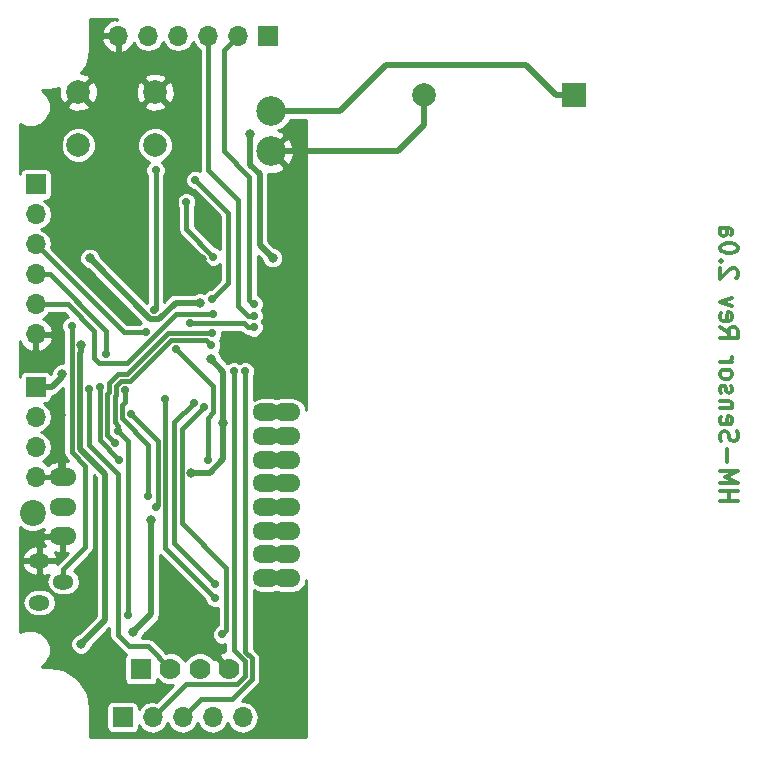
<source format=gbl>
G04 #@! TF.FileFunction,Copper,L2,Bot,Signal*
%FSLAX46Y46*%
G04 Gerber Fmt 4.6, Leading zero omitted, Abs format (unit mm)*
G04 Created by KiCad (PCBNEW 4.0.6) date 04/23/17 17:59:47*
%MOMM*%
%LPD*%
G01*
G04 APERTURE LIST*
%ADD10C,0.100000*%
%ADD11C,0.300000*%
%ADD12R,1.700000X1.700000*%
%ADD13O,1.700000X1.700000*%
%ADD14C,2.500000*%
%ADD15C,2.000000*%
%ADD16R,2.000000X2.000000*%
%ADD17O,1.800000X1.300000*%
%ADD18C,2.200000*%
%ADD19O,2.286000X1.524000*%
%ADD20C,1.778000*%
%ADD21R,1.778000X1.778000*%
%ADD22C,0.800000*%
%ADD23C,0.700000*%
%ADD24C,0.500000*%
%ADD25C,0.400000*%
%ADD26C,0.254000*%
G04 APERTURE END LIST*
D10*
D11*
X157901429Y-120411428D02*
X159401429Y-120411428D01*
X158687143Y-120411428D02*
X158687143Y-119554285D01*
X157901429Y-119554285D02*
X159401429Y-119554285D01*
X157901429Y-118839999D02*
X159401429Y-118839999D01*
X158330000Y-118339999D01*
X159401429Y-117839999D01*
X157901429Y-117839999D01*
X158472857Y-117125713D02*
X158472857Y-115982856D01*
X157972857Y-115339999D02*
X157901429Y-115125713D01*
X157901429Y-114768570D01*
X157972857Y-114625713D01*
X158044286Y-114554284D01*
X158187143Y-114482856D01*
X158330000Y-114482856D01*
X158472857Y-114554284D01*
X158544286Y-114625713D01*
X158615714Y-114768570D01*
X158687143Y-115054284D01*
X158758571Y-115197142D01*
X158830000Y-115268570D01*
X158972857Y-115339999D01*
X159115714Y-115339999D01*
X159258571Y-115268570D01*
X159330000Y-115197142D01*
X159401429Y-115054284D01*
X159401429Y-114697142D01*
X159330000Y-114482856D01*
X157972857Y-113268571D02*
X157901429Y-113411428D01*
X157901429Y-113697142D01*
X157972857Y-113839999D01*
X158115714Y-113911428D01*
X158687143Y-113911428D01*
X158830000Y-113839999D01*
X158901429Y-113697142D01*
X158901429Y-113411428D01*
X158830000Y-113268571D01*
X158687143Y-113197142D01*
X158544286Y-113197142D01*
X158401429Y-113911428D01*
X158901429Y-112554285D02*
X157901429Y-112554285D01*
X158758571Y-112554285D02*
X158830000Y-112482857D01*
X158901429Y-112339999D01*
X158901429Y-112125714D01*
X158830000Y-111982857D01*
X158687143Y-111911428D01*
X157901429Y-111911428D01*
X157972857Y-111268571D02*
X157901429Y-111125714D01*
X157901429Y-110839999D01*
X157972857Y-110697142D01*
X158115714Y-110625714D01*
X158187143Y-110625714D01*
X158330000Y-110697142D01*
X158401429Y-110839999D01*
X158401429Y-111054285D01*
X158472857Y-111197142D01*
X158615714Y-111268571D01*
X158687143Y-111268571D01*
X158830000Y-111197142D01*
X158901429Y-111054285D01*
X158901429Y-110839999D01*
X158830000Y-110697142D01*
X157901429Y-109768570D02*
X157972857Y-109911428D01*
X158044286Y-109982856D01*
X158187143Y-110054285D01*
X158615714Y-110054285D01*
X158758571Y-109982856D01*
X158830000Y-109911428D01*
X158901429Y-109768570D01*
X158901429Y-109554285D01*
X158830000Y-109411428D01*
X158758571Y-109339999D01*
X158615714Y-109268570D01*
X158187143Y-109268570D01*
X158044286Y-109339999D01*
X157972857Y-109411428D01*
X157901429Y-109554285D01*
X157901429Y-109768570D01*
X157901429Y-108625713D02*
X158901429Y-108625713D01*
X158615714Y-108625713D02*
X158758571Y-108554285D01*
X158830000Y-108482856D01*
X158901429Y-108339999D01*
X158901429Y-108197142D01*
X157901429Y-105697142D02*
X158615714Y-106197142D01*
X157901429Y-106554285D02*
X159401429Y-106554285D01*
X159401429Y-105982857D01*
X159330000Y-105839999D01*
X159258571Y-105768571D01*
X159115714Y-105697142D01*
X158901429Y-105697142D01*
X158758571Y-105768571D01*
X158687143Y-105839999D01*
X158615714Y-105982857D01*
X158615714Y-106554285D01*
X157972857Y-104482857D02*
X157901429Y-104625714D01*
X157901429Y-104911428D01*
X157972857Y-105054285D01*
X158115714Y-105125714D01*
X158687143Y-105125714D01*
X158830000Y-105054285D01*
X158901429Y-104911428D01*
X158901429Y-104625714D01*
X158830000Y-104482857D01*
X158687143Y-104411428D01*
X158544286Y-104411428D01*
X158401429Y-105125714D01*
X158901429Y-103911428D02*
X157901429Y-103554285D01*
X158901429Y-103197143D01*
X159258571Y-101554286D02*
X159330000Y-101482857D01*
X159401429Y-101340000D01*
X159401429Y-100982857D01*
X159330000Y-100840000D01*
X159258571Y-100768571D01*
X159115714Y-100697143D01*
X158972857Y-100697143D01*
X158758571Y-100768571D01*
X157901429Y-101625714D01*
X157901429Y-100697143D01*
X158044286Y-100054286D02*
X157972857Y-99982858D01*
X157901429Y-100054286D01*
X157972857Y-100125715D01*
X158044286Y-100054286D01*
X157901429Y-100054286D01*
X159401429Y-99054286D02*
X159401429Y-98911429D01*
X159330000Y-98768572D01*
X159258571Y-98697143D01*
X159115714Y-98625714D01*
X158830000Y-98554286D01*
X158472857Y-98554286D01*
X158187143Y-98625714D01*
X158044286Y-98697143D01*
X157972857Y-98768572D01*
X157901429Y-98911429D01*
X157901429Y-99054286D01*
X157972857Y-99197143D01*
X158044286Y-99268572D01*
X158187143Y-99340000D01*
X158472857Y-99411429D01*
X158830000Y-99411429D01*
X159115714Y-99340000D01*
X159258571Y-99268572D01*
X159330000Y-99197143D01*
X159401429Y-99054286D01*
X157901429Y-97268572D02*
X158687143Y-97268572D01*
X158830000Y-97340001D01*
X158901429Y-97482858D01*
X158901429Y-97768572D01*
X158830000Y-97911429D01*
X157972857Y-97268572D02*
X157901429Y-97411429D01*
X157901429Y-97768572D01*
X157972857Y-97911429D01*
X158115714Y-97982858D01*
X158258571Y-97982858D01*
X158401429Y-97911429D01*
X158472857Y-97768572D01*
X158472857Y-97411429D01*
X158544286Y-97268572D01*
D12*
X99949000Y-110744000D03*
D13*
X99949000Y-113284000D03*
X99949000Y-115824000D03*
X99949000Y-118364000D03*
D14*
X119888000Y-87376000D03*
X119888000Y-90805000D03*
D12*
X119634000Y-81026000D03*
D13*
X117094000Y-81026000D03*
X114554000Y-81026000D03*
X112014000Y-81026000D03*
X109474000Y-81026000D03*
X106934000Y-81026000D03*
D12*
X99949000Y-93599000D03*
D13*
X99949000Y-96139000D03*
X99949000Y-98679000D03*
X99949000Y-101219000D03*
X99949000Y-103759000D03*
X99949000Y-106299000D03*
D15*
X110064000Y-85780600D03*
X110064000Y-90280600D03*
X103564000Y-85780600D03*
X103564000Y-90280600D03*
D16*
X145500000Y-86000000D03*
D15*
X132800000Y-86000000D03*
D17*
X102300400Y-127232300D03*
X100268400Y-125454300D03*
X100268400Y-129010300D03*
D18*
X99695000Y-121412000D03*
D12*
X107300000Y-138700000D03*
D13*
X109840000Y-138700000D03*
X112380000Y-138700000D03*
X114920000Y-138700000D03*
X117460000Y-138700000D03*
D19*
X121235000Y-126897000D03*
X121235000Y-124897000D03*
X121235000Y-122897000D03*
X121235000Y-120897000D03*
X121235000Y-118897000D03*
X121235000Y-116897000D03*
X121235000Y-114897000D03*
X121235000Y-112897000D03*
X102235000Y-123397000D03*
X102235000Y-120897000D03*
X102235000Y-118397000D03*
X119485000Y-112897000D03*
X119485000Y-114897000D03*
X119485000Y-116897000D03*
X119485000Y-118897000D03*
X119485000Y-120897000D03*
X119485000Y-122897000D03*
X119485000Y-124897000D03*
X119485000Y-126897000D03*
D20*
X111350000Y-134600000D03*
X113850000Y-134600000D03*
X116350000Y-134600000D03*
D21*
X108850000Y-134600000D03*
D22*
X121700000Y-97790000D03*
X113030000Y-129667000D03*
X102108000Y-113093500D03*
X114000000Y-99900000D03*
X121700000Y-104700000D03*
X118100000Y-89300000D03*
X120000000Y-99800000D03*
X115834978Y-113800000D03*
X113100000Y-118000000D03*
X102155010Y-109621345D03*
X113900000Y-103600002D03*
X109728000Y-122047000D03*
X108204000Y-131508500D03*
X114800000Y-108400000D03*
X104514594Y-99858084D03*
D23*
X118400000Y-103700000D03*
X118400000Y-104700000D03*
X110099990Y-120900000D03*
X108000000Y-113000000D03*
X109500000Y-120000000D03*
X107500000Y-111000000D03*
X109289128Y-106080779D03*
X114500000Y-116900000D03*
X111800000Y-107502976D03*
X105940989Y-107943883D03*
X115000000Y-104600000D03*
D22*
X103805010Y-107200000D03*
X103800000Y-132500000D03*
D23*
X118400000Y-105700000D03*
X113028419Y-105363657D03*
X115000000Y-99700000D03*
X112700006Y-95100000D03*
X114900000Y-103300000D03*
X113460541Y-93201692D03*
X110000000Y-104200000D03*
X110100004Y-92400000D03*
X102988646Y-105579101D03*
X104504112Y-110923786D03*
X105384978Y-110716127D03*
X106997500Y-116903500D03*
X114173000Y-112458500D03*
X115734978Y-131700000D03*
X116699998Y-109412990D03*
X117700000Y-109412990D03*
X106900006Y-114500000D03*
X107759500Y-130047998D03*
X114796046Y-107177215D03*
X114899151Y-106212578D03*
X106680000Y-115506500D03*
X115129968Y-128600000D03*
X110939568Y-111760645D03*
X113326250Y-112075524D03*
X115129968Y-127429801D03*
D24*
X121700000Y-97790000D02*
X121700000Y-92617000D01*
X121700000Y-104700000D02*
X121700000Y-97790000D01*
X113030000Y-131280000D02*
X116350000Y-134600000D01*
X113030000Y-129667000D02*
X113030000Y-131280000D01*
X119888000Y-90805000D02*
X130595000Y-90805000D01*
X130595000Y-90805000D02*
X132800000Y-88600000D01*
X132800000Y-88600000D02*
X132800000Y-86000000D01*
X111794998Y-87511598D02*
X110064000Y-85780600D01*
X111794998Y-97694998D02*
X111794998Y-87511598D01*
X114000000Y-99900000D02*
X111794998Y-97694998D01*
X102108000Y-113093500D02*
X102108000Y-118270000D01*
X102108000Y-118270000D02*
X102235000Y-118397000D01*
X121700000Y-92617000D02*
X119888000Y-90805000D01*
X100268400Y-125454300D02*
X100268400Y-125363600D01*
X141500000Y-83500000D02*
X144000000Y-86000000D01*
X144000000Y-86000000D02*
X145500000Y-86000000D01*
X129600000Y-83500000D02*
X141500000Y-83500000D01*
X125724000Y-87376000D02*
X129600000Y-83500000D01*
X119888000Y-87376000D02*
X125724000Y-87376000D01*
X120000000Y-99800000D02*
X118900000Y-98700000D01*
X118900000Y-98700000D02*
X118900000Y-92720002D01*
X118900000Y-92720002D02*
X118100000Y-91920002D01*
X118100000Y-91920002D02*
X118100000Y-89300000D01*
X114800000Y-108400000D02*
X115837013Y-109437013D01*
X115837013Y-113232280D02*
X115834978Y-113234315D01*
X115834978Y-113234315D02*
X115834978Y-113800000D01*
X115837013Y-109437013D02*
X115837013Y-113232280D01*
X115834978Y-113800000D02*
X115834978Y-116830707D01*
X114665685Y-118000000D02*
X113100000Y-118000000D01*
X115834978Y-116830707D02*
X114665685Y-118000000D01*
X102155010Y-109887990D02*
X102155010Y-109621345D01*
X101299000Y-110744000D02*
X102155010Y-109887990D01*
X99949000Y-110744000D02*
X101299000Y-110744000D01*
X111791400Y-103600002D02*
X113900000Y-103600002D01*
X110386401Y-105005001D02*
X111791400Y-103600002D01*
X109661511Y-105005001D02*
X110386401Y-105005001D01*
X104514594Y-99858084D02*
X109661511Y-105005001D01*
X109728000Y-129984500D02*
X109728000Y-122047000D01*
X108204000Y-131508500D02*
X109728000Y-129984500D01*
D25*
X115900000Y-82220000D02*
X117094000Y-81026000D01*
X118050001Y-103350001D02*
X118050001Y-92950001D01*
X118400000Y-103700000D02*
X118050001Y-103350001D01*
X118050001Y-92950001D02*
X115900000Y-90800000D01*
X115900000Y-90800000D02*
X115900000Y-82220000D01*
X117905026Y-104700000D02*
X118400000Y-104700000D01*
X117100000Y-103894974D02*
X117905026Y-104700000D01*
X114554000Y-81026000D02*
X114554000Y-92354000D01*
X117100000Y-94900000D02*
X117100000Y-103894974D01*
X114554000Y-92354000D02*
X117100000Y-94900000D01*
X110294989Y-120705001D02*
X110099990Y-120900000D01*
X110294989Y-115294989D02*
X110294989Y-120705001D01*
X108000000Y-113000000D02*
X110294989Y-115294989D01*
X107244999Y-113362401D02*
X109500000Y-115617402D01*
X107244999Y-112255001D02*
X107244999Y-113362401D01*
X107500000Y-111000000D02*
X107500000Y-112000000D01*
X109500000Y-115617402D02*
X109500000Y-120000000D01*
X107500000Y-112000000D02*
X107244999Y-112255001D01*
X99949000Y-98679000D02*
X99979000Y-98679000D01*
X99979000Y-98679000D02*
X107400000Y-106100000D01*
X107400000Y-106100000D02*
X109269907Y-106100000D01*
X109269907Y-106100000D02*
X109289128Y-106080779D01*
X111800000Y-107502976D02*
X114998500Y-110701476D01*
X114998500Y-110701476D02*
X114998500Y-112897853D01*
X114998500Y-112897853D02*
X114500000Y-113396353D01*
X114500000Y-113396353D02*
X114500000Y-116900000D01*
X101151081Y-101219000D02*
X105940989Y-106008908D01*
X99949000Y-101219000D02*
X101151081Y-101219000D01*
X105940989Y-106008908D02*
X105940989Y-107943883D01*
X115000000Y-104600000D02*
X111837654Y-104600000D01*
X111837654Y-104600000D02*
X107692150Y-108745504D01*
X107692150Y-108745504D02*
X105345504Y-108745504D01*
X105345504Y-108745504D02*
X104900000Y-108300000D01*
X104900000Y-108300000D02*
X104900000Y-106000000D01*
X104900000Y-106000000D02*
X102659000Y-103759000D01*
X102659000Y-103759000D02*
X99949000Y-103759000D01*
D24*
X103805010Y-107765685D02*
X103805010Y-107200000D01*
X103699111Y-107871584D02*
X103805010Y-107765685D01*
X103699111Y-115954611D02*
X103699111Y-107871584D01*
X105854500Y-118110000D02*
X103699111Y-115954611D01*
X105854500Y-130445500D02*
X105854500Y-118110000D01*
X103800000Y-132500000D02*
X105854500Y-130445500D01*
D25*
X118400000Y-105700000D02*
X117905026Y-105700000D01*
X117905026Y-105700000D02*
X117568683Y-105363657D01*
X117568683Y-105363657D02*
X113028419Y-105363657D01*
X112700006Y-97400006D02*
X115000000Y-99700000D01*
X112700006Y-95100000D02*
X112700006Y-97400006D01*
X116255002Y-101944998D02*
X114900000Y-103300000D01*
X116255002Y-95996153D02*
X116255002Y-101944998D01*
X113460541Y-93201692D02*
X116255002Y-95996153D01*
X110100004Y-104099996D02*
X110000000Y-104200000D01*
X110100004Y-92400000D02*
X110100004Y-104099996D01*
X103000000Y-105590455D02*
X103000000Y-116271500D01*
X102988646Y-105579101D02*
X103000000Y-105590455D01*
X103000000Y-116271500D02*
X104149990Y-117421490D01*
X104149990Y-117421490D02*
X104149990Y-124332710D01*
X104149990Y-124332710D02*
X102300400Y-126182300D01*
X102300400Y-126182300D02*
X102300400Y-127232300D01*
X109444501Y-132694501D02*
X107881099Y-132694501D01*
X104504112Y-115680112D02*
X104504112Y-110923786D01*
X106902999Y-118078999D02*
X104504112Y-115680112D01*
X106902999Y-131716401D02*
X106902999Y-118078999D01*
X111350000Y-134600000D02*
X109444501Y-132694501D01*
X107881099Y-132694501D02*
X106902999Y-131716401D01*
X106997500Y-116903500D02*
X105360012Y-115266012D01*
X105360012Y-115266012D02*
X105360012Y-110741093D01*
X105360012Y-110741093D02*
X105384978Y-110716127D01*
X112294998Y-114336502D02*
X114173000Y-112458500D01*
X116084977Y-126084977D02*
X112294998Y-122294998D01*
X112294998Y-122294998D02*
X112294998Y-114336502D01*
X116084977Y-131350001D02*
X116084977Y-126084977D01*
X115734978Y-131700000D02*
X116084977Y-131350001D01*
X116699998Y-133034876D02*
X116699998Y-109412990D01*
X116971121Y-135894001D02*
X117644001Y-135221121D01*
X117644001Y-133978879D02*
X116699998Y-133034876D01*
X117644001Y-135221121D02*
X117644001Y-133978879D01*
X109840000Y-138700000D02*
X112645999Y-135894001D01*
X112645999Y-135894001D02*
X116971121Y-135894001D01*
X116560736Y-137160000D02*
X118249012Y-135471724D01*
X113920000Y-137160000D02*
X116560736Y-137160000D01*
X117700000Y-133179264D02*
X117700000Y-109412990D01*
X112380000Y-138700000D02*
X113920000Y-137160000D01*
X118249011Y-133728275D02*
X117700000Y-133179264D01*
X118249012Y-135471724D02*
X118249011Y-133728275D01*
X107940575Y-110244999D02*
X107137599Y-110244999D01*
X114796046Y-107177215D02*
X114366806Y-106747975D01*
X106639989Y-113745009D02*
X106900006Y-114005026D01*
X111437599Y-106747975D02*
X107940575Y-110244999D01*
X106639989Y-111545585D02*
X106639989Y-113745009D01*
X106744999Y-111440575D02*
X106639989Y-111545585D01*
X106744999Y-110637599D02*
X106744999Y-111440575D01*
X114366806Y-106747975D02*
X111437599Y-106747975D01*
X106900006Y-114005026D02*
X106900006Y-114500000D01*
X107137599Y-110244999D02*
X106744999Y-110637599D01*
X107759500Y-115359494D02*
X106900006Y-114500000D01*
X107759500Y-130047998D02*
X107759500Y-115359494D01*
X106680000Y-115506500D02*
X105965023Y-114791523D01*
X111157917Y-106142966D02*
X114829539Y-106142966D01*
X106139988Y-111160896D02*
X106139988Y-110386996D01*
X114829539Y-106142966D02*
X114899151Y-106212578D01*
X106139988Y-110386996D02*
X106886996Y-109639988D01*
X105965023Y-111335860D02*
X106139988Y-111160896D01*
X105965023Y-114791523D02*
X105965023Y-111335860D01*
X107660895Y-109639988D02*
X111157917Y-106142966D01*
X106886996Y-109639988D02*
X107660895Y-109639988D01*
X110939568Y-124409600D02*
X115129968Y-128600000D01*
X110939568Y-111760645D02*
X110939568Y-124409600D01*
X111689987Y-113711787D02*
X113326250Y-112075524D01*
X115129968Y-127429801D02*
X111689987Y-123989820D01*
X111689987Y-123989820D02*
X111689987Y-113711787D01*
D26*
G36*
X105096500Y-118423974D02*
X105096500Y-130131526D01*
X103636169Y-131591857D01*
X103620180Y-131591843D01*
X103286331Y-131729786D01*
X103030684Y-131984988D01*
X102892158Y-132318595D01*
X102891843Y-132679820D01*
X103029786Y-133013669D01*
X103284988Y-133269316D01*
X103618595Y-133407842D01*
X103979820Y-133408157D01*
X104313669Y-133270214D01*
X104569316Y-133015012D01*
X104707842Y-132681405D01*
X104707857Y-132664117D01*
X106194999Y-131176975D01*
X106194999Y-131716396D01*
X106194998Y-131716401D01*
X106248892Y-131987341D01*
X106402367Y-132217033D01*
X107380465Y-133195130D01*
X107380467Y-133195133D01*
X107598914Y-133341094D01*
X107483855Y-133509488D01*
X107443048Y-133711000D01*
X107443048Y-135489000D01*
X107478470Y-135677253D01*
X107589728Y-135850153D01*
X107759488Y-135966145D01*
X107961000Y-136006952D01*
X109739000Y-136006952D01*
X109927253Y-135971530D01*
X110100153Y-135860272D01*
X110216145Y-135690512D01*
X110256952Y-135489000D01*
X110256952Y-135482426D01*
X110557630Y-135783629D01*
X111070900Y-135996757D01*
X111541569Y-135997168D01*
X110159741Y-137378996D01*
X109840000Y-137315395D01*
X109320316Y-137418767D01*
X108879749Y-137713144D01*
X108667952Y-138030121D01*
X108667952Y-137850000D01*
X108632530Y-137661747D01*
X108521272Y-137488847D01*
X108351512Y-137372855D01*
X108150000Y-137332048D01*
X106450000Y-137332048D01*
X106261747Y-137367470D01*
X106088847Y-137478728D01*
X105972855Y-137648488D01*
X105932048Y-137850000D01*
X105932048Y-139550000D01*
X105967470Y-139738253D01*
X106078728Y-139911153D01*
X106248488Y-140027145D01*
X106450000Y-140067952D01*
X108150000Y-140067952D01*
X108338253Y-140032530D01*
X108511153Y-139921272D01*
X108627145Y-139751512D01*
X108667952Y-139550000D01*
X108667952Y-139369879D01*
X108879749Y-139686856D01*
X109320316Y-139981233D01*
X109840000Y-140084605D01*
X110359684Y-139981233D01*
X110800251Y-139686856D01*
X111094628Y-139246289D01*
X111110000Y-139169009D01*
X111125372Y-139246289D01*
X111419749Y-139686856D01*
X111860316Y-139981233D01*
X112380000Y-140084605D01*
X112899684Y-139981233D01*
X113340251Y-139686856D01*
X113634628Y-139246289D01*
X113650000Y-139169009D01*
X113665372Y-139246289D01*
X113959749Y-139686856D01*
X114400316Y-139981233D01*
X114920000Y-140084605D01*
X115439684Y-139981233D01*
X115880251Y-139686856D01*
X116174628Y-139246289D01*
X116190000Y-139169009D01*
X116205372Y-139246289D01*
X116499749Y-139686856D01*
X116940316Y-139981233D01*
X117460000Y-140084605D01*
X117979684Y-139981233D01*
X118420251Y-139686856D01*
X118714628Y-139246289D01*
X118818000Y-138726605D01*
X118818000Y-138673395D01*
X118714628Y-138153711D01*
X118420251Y-137713144D01*
X117979684Y-137418767D01*
X117460000Y-137315395D01*
X117393347Y-137328653D01*
X118749641Y-135972358D01*
X118749644Y-135972356D01*
X118903119Y-135742664D01*
X118957013Y-135471724D01*
X118957012Y-135471719D01*
X118957011Y-133728280D01*
X118957012Y-133728275D01*
X118903118Y-133457335D01*
X118825541Y-133341233D01*
X118749643Y-133227643D01*
X118749640Y-133227641D01*
X118408000Y-132886000D01*
X118408000Y-127951627D01*
X118585647Y-128070327D01*
X119071655Y-128167000D01*
X119898345Y-128167000D01*
X120360000Y-128075171D01*
X120821655Y-128167000D01*
X121648345Y-128167000D01*
X122134353Y-128070327D01*
X122546371Y-127795026D01*
X122821672Y-127383008D01*
X122873000Y-127124965D01*
X122873000Y-140417000D01*
X104583000Y-140417000D01*
X104583000Y-138000000D01*
X104571798Y-137943684D01*
X104571798Y-137886263D01*
X104343437Y-136738213D01*
X104343437Y-136738211D01*
X104264693Y-136548108D01*
X104256386Y-136528053D01*
X104256385Y-136528052D01*
X103606067Y-135554782D01*
X103445218Y-135393933D01*
X103445215Y-135393932D01*
X102471948Y-134743614D01*
X102261788Y-134656563D01*
X101113737Y-134428202D01*
X101056316Y-134428202D01*
X101000000Y-134417000D01*
X100498112Y-134417000D01*
X100947128Y-133968768D01*
X101207703Y-133341233D01*
X101208296Y-132661748D01*
X100948816Y-132033760D01*
X100468768Y-131552872D01*
X99841233Y-131292297D01*
X99161748Y-131291704D01*
X98583000Y-131530838D01*
X98583000Y-129010300D01*
X98832816Y-129010300D01*
X98920964Y-129453447D01*
X99171986Y-129829130D01*
X99547669Y-130080152D01*
X99990816Y-130168300D01*
X100545984Y-130168300D01*
X100989131Y-130080152D01*
X101364814Y-129829130D01*
X101615836Y-129453447D01*
X101703984Y-129010300D01*
X101615836Y-128567153D01*
X101364814Y-128191470D01*
X100989131Y-127940448D01*
X100545984Y-127852300D01*
X99990816Y-127852300D01*
X99547669Y-127940448D01*
X99171986Y-128191470D01*
X98920964Y-128567153D01*
X98832816Y-129010300D01*
X98583000Y-129010300D01*
X98583000Y-125779771D01*
X98775301Y-125779771D01*
X98791733Y-125875291D01*
X99046214Y-126312670D01*
X99448701Y-126619370D01*
X99937920Y-126748699D01*
X100141400Y-126586603D01*
X100141400Y-125581300D01*
X98899333Y-125581300D01*
X98775301Y-125779771D01*
X98583000Y-125779771D01*
X98583000Y-125128829D01*
X98775301Y-125128829D01*
X98899333Y-125327300D01*
X100141400Y-125327300D01*
X100141400Y-124321997D01*
X100395400Y-124321997D01*
X100395400Y-125327300D01*
X101637467Y-125327300D01*
X101761499Y-125128829D01*
X101745067Y-125033309D01*
X101580706Y-124750820D01*
X101727000Y-124794000D01*
X102108000Y-124794000D01*
X102108000Y-123524000D01*
X100622280Y-123524000D01*
X100499780Y-123740070D01*
X100514740Y-123814277D01*
X100720302Y-124192000D01*
X100598880Y-124159901D01*
X100395400Y-124321997D01*
X100141400Y-124321997D01*
X99937920Y-124159901D01*
X99448701Y-124289230D01*
X99046214Y-124595930D01*
X98791733Y-125033309D01*
X98775301Y-125128829D01*
X98583000Y-125128829D01*
X98583000Y-122574100D01*
X98782952Y-122774402D01*
X99373746Y-123019721D01*
X100013448Y-123020279D01*
X100604669Y-122775991D01*
X100650526Y-122730214D01*
X100514740Y-122979723D01*
X100499780Y-123053930D01*
X100622280Y-123270000D01*
X102108000Y-123270000D01*
X102108000Y-123250000D01*
X102362000Y-123250000D01*
X102362000Y-123270000D01*
X102382000Y-123270000D01*
X102382000Y-123524000D01*
X102362000Y-123524000D01*
X102362000Y-124794000D01*
X102687436Y-124794000D01*
X101799768Y-125681668D01*
X101748315Y-125758674D01*
X101637467Y-125581300D01*
X100395400Y-125581300D01*
X100395400Y-126586603D01*
X100598880Y-126748699D01*
X101061756Y-126626334D01*
X100952964Y-126789153D01*
X100864816Y-127232300D01*
X100952964Y-127675447D01*
X101203986Y-128051130D01*
X101579669Y-128302152D01*
X102022816Y-128390300D01*
X102577984Y-128390300D01*
X103021131Y-128302152D01*
X103396814Y-128051130D01*
X103647836Y-127675447D01*
X103735984Y-127232300D01*
X103647836Y-126789153D01*
X103396814Y-126413470D01*
X103201199Y-126282765D01*
X104650619Y-124833344D01*
X104650622Y-124833342D01*
X104804097Y-124603650D01*
X104857990Y-124332710D01*
X104857990Y-118185464D01*
X105096500Y-118423974D01*
X105096500Y-118423974D01*
G37*
X105096500Y-118423974D02*
X105096500Y-130131526D01*
X103636169Y-131591857D01*
X103620180Y-131591843D01*
X103286331Y-131729786D01*
X103030684Y-131984988D01*
X102892158Y-132318595D01*
X102891843Y-132679820D01*
X103029786Y-133013669D01*
X103284988Y-133269316D01*
X103618595Y-133407842D01*
X103979820Y-133408157D01*
X104313669Y-133270214D01*
X104569316Y-133015012D01*
X104707842Y-132681405D01*
X104707857Y-132664117D01*
X106194999Y-131176975D01*
X106194999Y-131716396D01*
X106194998Y-131716401D01*
X106248892Y-131987341D01*
X106402367Y-132217033D01*
X107380465Y-133195130D01*
X107380467Y-133195133D01*
X107598914Y-133341094D01*
X107483855Y-133509488D01*
X107443048Y-133711000D01*
X107443048Y-135489000D01*
X107478470Y-135677253D01*
X107589728Y-135850153D01*
X107759488Y-135966145D01*
X107961000Y-136006952D01*
X109739000Y-136006952D01*
X109927253Y-135971530D01*
X110100153Y-135860272D01*
X110216145Y-135690512D01*
X110256952Y-135489000D01*
X110256952Y-135482426D01*
X110557630Y-135783629D01*
X111070900Y-135996757D01*
X111541569Y-135997168D01*
X110159741Y-137378996D01*
X109840000Y-137315395D01*
X109320316Y-137418767D01*
X108879749Y-137713144D01*
X108667952Y-138030121D01*
X108667952Y-137850000D01*
X108632530Y-137661747D01*
X108521272Y-137488847D01*
X108351512Y-137372855D01*
X108150000Y-137332048D01*
X106450000Y-137332048D01*
X106261747Y-137367470D01*
X106088847Y-137478728D01*
X105972855Y-137648488D01*
X105932048Y-137850000D01*
X105932048Y-139550000D01*
X105967470Y-139738253D01*
X106078728Y-139911153D01*
X106248488Y-140027145D01*
X106450000Y-140067952D01*
X108150000Y-140067952D01*
X108338253Y-140032530D01*
X108511153Y-139921272D01*
X108627145Y-139751512D01*
X108667952Y-139550000D01*
X108667952Y-139369879D01*
X108879749Y-139686856D01*
X109320316Y-139981233D01*
X109840000Y-140084605D01*
X110359684Y-139981233D01*
X110800251Y-139686856D01*
X111094628Y-139246289D01*
X111110000Y-139169009D01*
X111125372Y-139246289D01*
X111419749Y-139686856D01*
X111860316Y-139981233D01*
X112380000Y-140084605D01*
X112899684Y-139981233D01*
X113340251Y-139686856D01*
X113634628Y-139246289D01*
X113650000Y-139169009D01*
X113665372Y-139246289D01*
X113959749Y-139686856D01*
X114400316Y-139981233D01*
X114920000Y-140084605D01*
X115439684Y-139981233D01*
X115880251Y-139686856D01*
X116174628Y-139246289D01*
X116190000Y-139169009D01*
X116205372Y-139246289D01*
X116499749Y-139686856D01*
X116940316Y-139981233D01*
X117460000Y-140084605D01*
X117979684Y-139981233D01*
X118420251Y-139686856D01*
X118714628Y-139246289D01*
X118818000Y-138726605D01*
X118818000Y-138673395D01*
X118714628Y-138153711D01*
X118420251Y-137713144D01*
X117979684Y-137418767D01*
X117460000Y-137315395D01*
X117393347Y-137328653D01*
X118749641Y-135972358D01*
X118749644Y-135972356D01*
X118903119Y-135742664D01*
X118957013Y-135471724D01*
X118957012Y-135471719D01*
X118957011Y-133728280D01*
X118957012Y-133728275D01*
X118903118Y-133457335D01*
X118825541Y-133341233D01*
X118749643Y-133227643D01*
X118749640Y-133227641D01*
X118408000Y-132886000D01*
X118408000Y-127951627D01*
X118585647Y-128070327D01*
X119071655Y-128167000D01*
X119898345Y-128167000D01*
X120360000Y-128075171D01*
X120821655Y-128167000D01*
X121648345Y-128167000D01*
X122134353Y-128070327D01*
X122546371Y-127795026D01*
X122821672Y-127383008D01*
X122873000Y-127124965D01*
X122873000Y-140417000D01*
X104583000Y-140417000D01*
X104583000Y-138000000D01*
X104571798Y-137943684D01*
X104571798Y-137886263D01*
X104343437Y-136738213D01*
X104343437Y-136738211D01*
X104264693Y-136548108D01*
X104256386Y-136528053D01*
X104256385Y-136528052D01*
X103606067Y-135554782D01*
X103445218Y-135393933D01*
X103445215Y-135393932D01*
X102471948Y-134743614D01*
X102261788Y-134656563D01*
X101113737Y-134428202D01*
X101056316Y-134428202D01*
X101000000Y-134417000D01*
X100498112Y-134417000D01*
X100947128Y-133968768D01*
X101207703Y-133341233D01*
X101208296Y-132661748D01*
X100948816Y-132033760D01*
X100468768Y-131552872D01*
X99841233Y-131292297D01*
X99161748Y-131291704D01*
X98583000Y-131530838D01*
X98583000Y-129010300D01*
X98832816Y-129010300D01*
X98920964Y-129453447D01*
X99171986Y-129829130D01*
X99547669Y-130080152D01*
X99990816Y-130168300D01*
X100545984Y-130168300D01*
X100989131Y-130080152D01*
X101364814Y-129829130D01*
X101615836Y-129453447D01*
X101703984Y-129010300D01*
X101615836Y-128567153D01*
X101364814Y-128191470D01*
X100989131Y-127940448D01*
X100545984Y-127852300D01*
X99990816Y-127852300D01*
X99547669Y-127940448D01*
X99171986Y-128191470D01*
X98920964Y-128567153D01*
X98832816Y-129010300D01*
X98583000Y-129010300D01*
X98583000Y-125779771D01*
X98775301Y-125779771D01*
X98791733Y-125875291D01*
X99046214Y-126312670D01*
X99448701Y-126619370D01*
X99937920Y-126748699D01*
X100141400Y-126586603D01*
X100141400Y-125581300D01*
X98899333Y-125581300D01*
X98775301Y-125779771D01*
X98583000Y-125779771D01*
X98583000Y-125128829D01*
X98775301Y-125128829D01*
X98899333Y-125327300D01*
X100141400Y-125327300D01*
X100141400Y-124321997D01*
X100395400Y-124321997D01*
X100395400Y-125327300D01*
X101637467Y-125327300D01*
X101761499Y-125128829D01*
X101745067Y-125033309D01*
X101580706Y-124750820D01*
X101727000Y-124794000D01*
X102108000Y-124794000D01*
X102108000Y-123524000D01*
X100622280Y-123524000D01*
X100499780Y-123740070D01*
X100514740Y-123814277D01*
X100720302Y-124192000D01*
X100598880Y-124159901D01*
X100395400Y-124321997D01*
X100141400Y-124321997D01*
X99937920Y-124159901D01*
X99448701Y-124289230D01*
X99046214Y-124595930D01*
X98791733Y-125033309D01*
X98775301Y-125128829D01*
X98583000Y-125128829D01*
X98583000Y-122574100D01*
X98782952Y-122774402D01*
X99373746Y-123019721D01*
X100013448Y-123020279D01*
X100604669Y-122775991D01*
X100650526Y-122730214D01*
X100514740Y-122979723D01*
X100499780Y-123053930D01*
X100622280Y-123270000D01*
X102108000Y-123270000D01*
X102108000Y-123250000D01*
X102362000Y-123250000D01*
X102362000Y-123270000D01*
X102382000Y-123270000D01*
X102382000Y-123524000D01*
X102362000Y-123524000D01*
X102362000Y-124794000D01*
X102687436Y-124794000D01*
X101799768Y-125681668D01*
X101748315Y-125758674D01*
X101637467Y-125581300D01*
X100395400Y-125581300D01*
X100395400Y-126586603D01*
X100598880Y-126748699D01*
X101061756Y-126626334D01*
X100952964Y-126789153D01*
X100864816Y-127232300D01*
X100952964Y-127675447D01*
X101203986Y-128051130D01*
X101579669Y-128302152D01*
X102022816Y-128390300D01*
X102577984Y-128390300D01*
X103021131Y-128302152D01*
X103396814Y-128051130D01*
X103647836Y-127675447D01*
X103735984Y-127232300D01*
X103647836Y-126789153D01*
X103396814Y-126413470D01*
X103201199Y-126282765D01*
X104650619Y-124833344D01*
X104650622Y-124833342D01*
X104804097Y-124603650D01*
X104857990Y-124332710D01*
X104857990Y-118185464D01*
X105096500Y-118423974D01*
G36*
X114271843Y-128743138D02*
X114271820Y-128769918D01*
X114402167Y-129085383D01*
X114643316Y-129326953D01*
X114958553Y-129457851D01*
X115299886Y-129458148D01*
X115376977Y-129426295D01*
X115376977Y-130919566D01*
X115249595Y-130972199D01*
X115008025Y-131213348D01*
X114877127Y-131528585D01*
X114876830Y-131869918D01*
X115007177Y-132185383D01*
X115248326Y-132426953D01*
X115563563Y-132557851D01*
X115904896Y-132558148D01*
X115991998Y-132522158D01*
X115991998Y-133034871D01*
X115991997Y-133034876D01*
X116002843Y-133089402D01*
X115982300Y-133090277D01*
X115542467Y-133272461D01*
X115457409Y-133527804D01*
X116350000Y-134420395D01*
X116364143Y-134406253D01*
X116543748Y-134585858D01*
X116529605Y-134600000D01*
X116543748Y-134614143D01*
X116364143Y-134793748D01*
X116350000Y-134779605D01*
X116335858Y-134793748D01*
X116156253Y-134614143D01*
X116170395Y-134600000D01*
X115277804Y-133707409D01*
X115022461Y-133792467D01*
X115021215Y-133795878D01*
X114642370Y-133416371D01*
X114129100Y-133203243D01*
X113573339Y-133202758D01*
X113059697Y-133414990D01*
X112666371Y-133807630D01*
X112600100Y-133967228D01*
X112535010Y-133809697D01*
X112142370Y-133416371D01*
X111629100Y-133203243D01*
X111073339Y-133202758D01*
X110988908Y-133237644D01*
X109945133Y-132193869D01*
X109715441Y-132040394D01*
X109444501Y-131986500D01*
X109444496Y-131986501D01*
X108988684Y-131986501D01*
X109111842Y-131689905D01*
X109111857Y-131672617D01*
X110263987Y-130520487D01*
X110428301Y-130274575D01*
X110486000Y-129984500D01*
X110486000Y-124957296D01*
X114271843Y-128743138D01*
X114271843Y-128743138D01*
G37*
X114271843Y-128743138D02*
X114271820Y-128769918D01*
X114402167Y-129085383D01*
X114643316Y-129326953D01*
X114958553Y-129457851D01*
X115299886Y-129458148D01*
X115376977Y-129426295D01*
X115376977Y-130919566D01*
X115249595Y-130972199D01*
X115008025Y-131213348D01*
X114877127Y-131528585D01*
X114876830Y-131869918D01*
X115007177Y-132185383D01*
X115248326Y-132426953D01*
X115563563Y-132557851D01*
X115904896Y-132558148D01*
X115991998Y-132522158D01*
X115991998Y-133034871D01*
X115991997Y-133034876D01*
X116002843Y-133089402D01*
X115982300Y-133090277D01*
X115542467Y-133272461D01*
X115457409Y-133527804D01*
X116350000Y-134420395D01*
X116364143Y-134406253D01*
X116543748Y-134585858D01*
X116529605Y-134600000D01*
X116543748Y-134614143D01*
X116364143Y-134793748D01*
X116350000Y-134779605D01*
X116335858Y-134793748D01*
X116156253Y-134614143D01*
X116170395Y-134600000D01*
X115277804Y-133707409D01*
X115022461Y-133792467D01*
X115021215Y-133795878D01*
X114642370Y-133416371D01*
X114129100Y-133203243D01*
X113573339Y-133202758D01*
X113059697Y-133414990D01*
X112666371Y-133807630D01*
X112600100Y-133967228D01*
X112535010Y-133809697D01*
X112142370Y-133416371D01*
X111629100Y-133203243D01*
X111073339Y-133202758D01*
X110988908Y-133237644D01*
X109945133Y-132193869D01*
X109715441Y-132040394D01*
X109444501Y-131986500D01*
X109444496Y-131986501D01*
X108988684Y-131986501D01*
X109111842Y-131689905D01*
X109111857Y-131672617D01*
X110263987Y-130520487D01*
X110428301Y-130274575D01*
X110486000Y-129984500D01*
X110486000Y-124957296D01*
X114271843Y-128743138D01*
G36*
X102292000Y-116271495D02*
X102291999Y-116271500D01*
X102345893Y-116542440D01*
X102499368Y-116772132D01*
X102727236Y-117000000D01*
X102362000Y-117000000D01*
X102362000Y-118270000D01*
X102382000Y-118270000D01*
X102382000Y-118524000D01*
X102362000Y-118524000D01*
X102362000Y-118544000D01*
X102108000Y-118544000D01*
X102108000Y-118524000D01*
X101286570Y-118524000D01*
X101269155Y-118491000D01*
X100076000Y-118491000D01*
X100076000Y-118511000D01*
X99822000Y-118511000D01*
X99822000Y-118491000D01*
X99802000Y-118491000D01*
X99802000Y-118237000D01*
X99822000Y-118237000D01*
X99822000Y-118217000D01*
X100076000Y-118217000D01*
X100076000Y-118237000D01*
X100603571Y-118237000D01*
X100622280Y-118270000D01*
X102108000Y-118270000D01*
X102108000Y-117000000D01*
X101727000Y-117000000D01*
X101202059Y-117154941D01*
X100980728Y-117333816D01*
X100830358Y-117168817D01*
X100554322Y-117039183D01*
X100935856Y-116784251D01*
X101230233Y-116343684D01*
X101333605Y-115824000D01*
X101230233Y-115304316D01*
X100935856Y-114863749D01*
X100495289Y-114569372D01*
X100418009Y-114554000D01*
X100495289Y-114538628D01*
X100935856Y-114244251D01*
X101230233Y-113803684D01*
X101333605Y-113284000D01*
X101230233Y-112764316D01*
X100935856Y-112323749D01*
X100618879Y-112111952D01*
X100799000Y-112111952D01*
X100987253Y-112076530D01*
X101160153Y-111965272D01*
X101276145Y-111795512D01*
X101316952Y-111594000D01*
X101316952Y-111498429D01*
X101589074Y-111444301D01*
X101834987Y-111279987D01*
X102292000Y-110822974D01*
X102292000Y-116271495D01*
X102292000Y-116271495D01*
G37*
X102292000Y-116271495D02*
X102291999Y-116271500D01*
X102345893Y-116542440D01*
X102499368Y-116772132D01*
X102727236Y-117000000D01*
X102362000Y-117000000D01*
X102362000Y-118270000D01*
X102382000Y-118270000D01*
X102382000Y-118524000D01*
X102362000Y-118524000D01*
X102362000Y-118544000D01*
X102108000Y-118544000D01*
X102108000Y-118524000D01*
X101286570Y-118524000D01*
X101269155Y-118491000D01*
X100076000Y-118491000D01*
X100076000Y-118511000D01*
X99822000Y-118511000D01*
X99822000Y-118491000D01*
X99802000Y-118491000D01*
X99802000Y-118237000D01*
X99822000Y-118237000D01*
X99822000Y-118217000D01*
X100076000Y-118217000D01*
X100076000Y-118237000D01*
X100603571Y-118237000D01*
X100622280Y-118270000D01*
X102108000Y-118270000D01*
X102108000Y-117000000D01*
X101727000Y-117000000D01*
X101202059Y-117154941D01*
X100980728Y-117333816D01*
X100830358Y-117168817D01*
X100554322Y-117039183D01*
X100935856Y-116784251D01*
X101230233Y-116343684D01*
X101333605Y-115824000D01*
X101230233Y-115304316D01*
X100935856Y-114863749D01*
X100495289Y-114569372D01*
X100418009Y-114554000D01*
X100495289Y-114538628D01*
X100935856Y-114244251D01*
X101230233Y-113803684D01*
X101333605Y-113284000D01*
X101230233Y-112764316D01*
X100935856Y-112323749D01*
X100618879Y-112111952D01*
X100799000Y-112111952D01*
X100987253Y-112076530D01*
X101160153Y-111965272D01*
X101276145Y-111795512D01*
X101316952Y-111594000D01*
X101316952Y-111498429D01*
X101589074Y-111444301D01*
X101834987Y-111279987D01*
X102292000Y-110822974D01*
X102292000Y-116271495D01*
G36*
X119612000Y-114751868D02*
X119612000Y-114770000D01*
X121108000Y-114770000D01*
X121108000Y-114751868D01*
X121109059Y-114750000D01*
X121362000Y-114750000D01*
X121362000Y-114770000D01*
X121382000Y-114770000D01*
X121382000Y-115024000D01*
X121362000Y-115024000D01*
X121362000Y-115044000D01*
X121109059Y-115044000D01*
X121108000Y-115042132D01*
X121108000Y-115024000D01*
X119612000Y-115024000D01*
X119612000Y-115042132D01*
X119610941Y-115044000D01*
X119358000Y-115044000D01*
X119358000Y-115024000D01*
X119338000Y-115024000D01*
X119338000Y-114770000D01*
X119358000Y-114770000D01*
X119358000Y-114750000D01*
X119610941Y-114750000D01*
X119612000Y-114751868D01*
X119612000Y-114751868D01*
G37*
X119612000Y-114751868D02*
X119612000Y-114770000D01*
X121108000Y-114770000D01*
X121108000Y-114751868D01*
X121109059Y-114750000D01*
X121362000Y-114750000D01*
X121362000Y-114770000D01*
X121382000Y-114770000D01*
X121382000Y-115024000D01*
X121362000Y-115024000D01*
X121362000Y-115044000D01*
X121109059Y-115044000D01*
X121108000Y-115042132D01*
X121108000Y-115024000D01*
X119612000Y-115024000D01*
X119612000Y-115042132D01*
X119610941Y-115044000D01*
X119358000Y-115044000D01*
X119358000Y-115024000D01*
X119338000Y-115024000D01*
X119338000Y-114770000D01*
X119358000Y-114770000D01*
X119358000Y-114750000D01*
X119610941Y-114750000D01*
X119612000Y-114751868D01*
G36*
X122873000Y-112669035D02*
X122821672Y-112410992D01*
X122546371Y-111998974D01*
X122134353Y-111723673D01*
X121648345Y-111627000D01*
X120821655Y-111627000D01*
X120360000Y-111718829D01*
X119898345Y-111627000D01*
X119071655Y-111627000D01*
X118585647Y-111723673D01*
X118408000Y-111842373D01*
X118408000Y-109918562D01*
X118426953Y-109899642D01*
X118557851Y-109584405D01*
X118558148Y-109243072D01*
X118427801Y-108927607D01*
X118186652Y-108686037D01*
X117871415Y-108555139D01*
X117530082Y-108554842D01*
X117214617Y-108685189D01*
X117200185Y-108699596D01*
X117186650Y-108686037D01*
X116871413Y-108555139D01*
X116530080Y-108554842D01*
X116214615Y-108685189D01*
X116185864Y-108713890D01*
X115708143Y-108236169D01*
X115708157Y-108220180D01*
X115570214Y-107886331D01*
X115435416Y-107751298D01*
X115522999Y-107663867D01*
X115653897Y-107348630D01*
X115654194Y-107007297D01*
X115555872Y-106769339D01*
X115626104Y-106699230D01*
X115757002Y-106383993D01*
X115757274Y-106071657D01*
X117275420Y-106071657D01*
X117404392Y-106200629D01*
X117404394Y-106200632D01*
X117630512Y-106351719D01*
X117634086Y-106354107D01*
X117891803Y-106405371D01*
X117913348Y-106426953D01*
X118228585Y-106557851D01*
X118569918Y-106558148D01*
X118885383Y-106427801D01*
X119126953Y-106186652D01*
X119257851Y-105871415D01*
X119258148Y-105530082D01*
X119127801Y-105214617D01*
X119113395Y-105200186D01*
X119126953Y-105186652D01*
X119257851Y-104871415D01*
X119258148Y-104530082D01*
X119127801Y-104214617D01*
X119113395Y-104200186D01*
X119126953Y-104186652D01*
X119257851Y-103871415D01*
X119258148Y-103530082D01*
X119127801Y-103214617D01*
X118886652Y-102973047D01*
X118758001Y-102919626D01*
X118758001Y-99629975D01*
X119091857Y-99963831D01*
X119091843Y-99979820D01*
X119229786Y-100313669D01*
X119484988Y-100569316D01*
X119818595Y-100707842D01*
X120179820Y-100708157D01*
X120513669Y-100570214D01*
X120769316Y-100315012D01*
X120907842Y-99981405D01*
X120908157Y-99620180D01*
X120770214Y-99286331D01*
X120515012Y-99030684D01*
X120181405Y-98892158D01*
X120164117Y-98892143D01*
X119658000Y-98386026D01*
X119658000Y-92720002D01*
X119653421Y-92696981D01*
X120313435Y-92679250D01*
X120912467Y-92431123D01*
X121041715Y-92138320D01*
X119888000Y-90984605D01*
X119873858Y-90998748D01*
X119694253Y-90819143D01*
X119708395Y-90805000D01*
X120067605Y-90805000D01*
X121221320Y-91958715D01*
X121514123Y-91829467D01*
X121782388Y-91129194D01*
X121762250Y-90379565D01*
X121514123Y-89780533D01*
X121221320Y-89651285D01*
X120067605Y-90805000D01*
X119708395Y-90805000D01*
X119694253Y-90790858D01*
X119873858Y-90611253D01*
X119888000Y-90625395D01*
X121041715Y-89471680D01*
X120912467Y-89178877D01*
X120505549Y-89022992D01*
X120882526Y-88867229D01*
X121377491Y-88373127D01*
X121476785Y-88134000D01*
X122873000Y-88134000D01*
X122873000Y-112669035D01*
X122873000Y-112669035D01*
G37*
X122873000Y-112669035D02*
X122821672Y-112410992D01*
X122546371Y-111998974D01*
X122134353Y-111723673D01*
X121648345Y-111627000D01*
X120821655Y-111627000D01*
X120360000Y-111718829D01*
X119898345Y-111627000D01*
X119071655Y-111627000D01*
X118585647Y-111723673D01*
X118408000Y-111842373D01*
X118408000Y-109918562D01*
X118426953Y-109899642D01*
X118557851Y-109584405D01*
X118558148Y-109243072D01*
X118427801Y-108927607D01*
X118186652Y-108686037D01*
X117871415Y-108555139D01*
X117530082Y-108554842D01*
X117214617Y-108685189D01*
X117200185Y-108699596D01*
X117186650Y-108686037D01*
X116871413Y-108555139D01*
X116530080Y-108554842D01*
X116214615Y-108685189D01*
X116185864Y-108713890D01*
X115708143Y-108236169D01*
X115708157Y-108220180D01*
X115570214Y-107886331D01*
X115435416Y-107751298D01*
X115522999Y-107663867D01*
X115653897Y-107348630D01*
X115654194Y-107007297D01*
X115555872Y-106769339D01*
X115626104Y-106699230D01*
X115757002Y-106383993D01*
X115757274Y-106071657D01*
X117275420Y-106071657D01*
X117404392Y-106200629D01*
X117404394Y-106200632D01*
X117630512Y-106351719D01*
X117634086Y-106354107D01*
X117891803Y-106405371D01*
X117913348Y-106426953D01*
X118228585Y-106557851D01*
X118569918Y-106558148D01*
X118885383Y-106427801D01*
X119126953Y-106186652D01*
X119257851Y-105871415D01*
X119258148Y-105530082D01*
X119127801Y-105214617D01*
X119113395Y-105200186D01*
X119126953Y-105186652D01*
X119257851Y-104871415D01*
X119258148Y-104530082D01*
X119127801Y-104214617D01*
X119113395Y-104200186D01*
X119126953Y-104186652D01*
X119257851Y-103871415D01*
X119258148Y-103530082D01*
X119127801Y-103214617D01*
X118886652Y-102973047D01*
X118758001Y-102919626D01*
X118758001Y-99629975D01*
X119091857Y-99963831D01*
X119091843Y-99979820D01*
X119229786Y-100313669D01*
X119484988Y-100569316D01*
X119818595Y-100707842D01*
X120179820Y-100708157D01*
X120513669Y-100570214D01*
X120769316Y-100315012D01*
X120907842Y-99981405D01*
X120908157Y-99620180D01*
X120770214Y-99286331D01*
X120515012Y-99030684D01*
X120181405Y-98892158D01*
X120164117Y-98892143D01*
X119658000Y-98386026D01*
X119658000Y-92720002D01*
X119653421Y-92696981D01*
X120313435Y-92679250D01*
X120912467Y-92431123D01*
X121041715Y-92138320D01*
X119888000Y-90984605D01*
X119873858Y-90998748D01*
X119694253Y-90819143D01*
X119708395Y-90805000D01*
X120067605Y-90805000D01*
X121221320Y-91958715D01*
X121514123Y-91829467D01*
X121782388Y-91129194D01*
X121762250Y-90379565D01*
X121514123Y-89780533D01*
X121221320Y-89651285D01*
X120067605Y-90805000D01*
X119708395Y-90805000D01*
X119694253Y-90790858D01*
X119873858Y-90611253D01*
X119888000Y-90625395D01*
X121041715Y-89471680D01*
X120912467Y-89178877D01*
X120505549Y-89022992D01*
X120882526Y-88867229D01*
X121377491Y-88373127D01*
X121476785Y-88134000D01*
X122873000Y-88134000D01*
X122873000Y-112669035D01*
G36*
X102677884Y-104779148D02*
X102503263Y-104851300D01*
X102261693Y-105092449D01*
X102130795Y-105407686D01*
X102130498Y-105749019D01*
X102260845Y-106064484D01*
X102292000Y-106095693D01*
X102292000Y-108713464D01*
X101975190Y-108713188D01*
X101641341Y-108851131D01*
X101385694Y-109106333D01*
X101247168Y-109439940D01*
X101246983Y-109652059D01*
X101170272Y-109532847D01*
X101000512Y-109416855D01*
X100799000Y-109376048D01*
X99099000Y-109376048D01*
X98910747Y-109411470D01*
X98737847Y-109522728D01*
X98621855Y-109692488D01*
X98583000Y-109884361D01*
X98583000Y-106838117D01*
X98677355Y-107065924D01*
X99067642Y-107494183D01*
X99592108Y-107740486D01*
X99822000Y-107619819D01*
X99822000Y-106426000D01*
X100076000Y-106426000D01*
X100076000Y-107619819D01*
X100305892Y-107740486D01*
X100830358Y-107494183D01*
X101220645Y-107065924D01*
X101390476Y-106655890D01*
X101269155Y-106426000D01*
X100076000Y-106426000D01*
X99822000Y-106426000D01*
X99802000Y-106426000D01*
X99802000Y-106172000D01*
X99822000Y-106172000D01*
X99822000Y-106152000D01*
X100076000Y-106152000D01*
X100076000Y-106172000D01*
X101269155Y-106172000D01*
X101390476Y-105942110D01*
X101220645Y-105532076D01*
X100830358Y-105103817D01*
X100554322Y-104974183D01*
X100935856Y-104719251D01*
X101104404Y-104467000D01*
X102365736Y-104467000D01*
X102677884Y-104779148D01*
X102677884Y-104779148D01*
G37*
X102677884Y-104779148D02*
X102503263Y-104851300D01*
X102261693Y-105092449D01*
X102130795Y-105407686D01*
X102130498Y-105749019D01*
X102260845Y-106064484D01*
X102292000Y-106095693D01*
X102292000Y-108713464D01*
X101975190Y-108713188D01*
X101641341Y-108851131D01*
X101385694Y-109106333D01*
X101247168Y-109439940D01*
X101246983Y-109652059D01*
X101170272Y-109532847D01*
X101000512Y-109416855D01*
X100799000Y-109376048D01*
X99099000Y-109376048D01*
X98910747Y-109411470D01*
X98737847Y-109522728D01*
X98621855Y-109692488D01*
X98583000Y-109884361D01*
X98583000Y-106838117D01*
X98677355Y-107065924D01*
X99067642Y-107494183D01*
X99592108Y-107740486D01*
X99822000Y-107619819D01*
X99822000Y-106426000D01*
X100076000Y-106426000D01*
X100076000Y-107619819D01*
X100305892Y-107740486D01*
X100830358Y-107494183D01*
X101220645Y-107065924D01*
X101390476Y-106655890D01*
X101269155Y-106426000D01*
X100076000Y-106426000D01*
X99822000Y-106426000D01*
X99802000Y-106426000D01*
X99802000Y-106172000D01*
X99822000Y-106172000D01*
X99822000Y-106152000D01*
X100076000Y-106152000D01*
X100076000Y-106172000D01*
X101269155Y-106172000D01*
X101390476Y-105942110D01*
X101220645Y-105532076D01*
X100830358Y-105103817D01*
X100554322Y-104974183D01*
X100935856Y-104719251D01*
X101104404Y-104467000D01*
X102365736Y-104467000D01*
X102677884Y-104779148D01*
G36*
X106806998Y-79705844D02*
X106577110Y-79584524D01*
X106167076Y-79754355D01*
X105738817Y-80144642D01*
X105492514Y-80669108D01*
X105613181Y-80899000D01*
X106807000Y-80899000D01*
X106807000Y-80879000D01*
X107061000Y-80879000D01*
X107061000Y-80899000D01*
X107081000Y-80899000D01*
X107081000Y-81153000D01*
X107061000Y-81153000D01*
X107061000Y-82346155D01*
X107290890Y-82467476D01*
X107700924Y-82297645D01*
X108129183Y-81907358D01*
X108258817Y-81631322D01*
X108513749Y-82012856D01*
X108954316Y-82307233D01*
X109474000Y-82410605D01*
X109993684Y-82307233D01*
X110434251Y-82012856D01*
X110728628Y-81572289D01*
X110744000Y-81495009D01*
X110759372Y-81572289D01*
X111053749Y-82012856D01*
X111494316Y-82307233D01*
X112014000Y-82410605D01*
X112533684Y-82307233D01*
X112974251Y-82012856D01*
X113268628Y-81572289D01*
X113284000Y-81495009D01*
X113299372Y-81572289D01*
X113593749Y-82012856D01*
X113846000Y-82181404D01*
X113846000Y-92353995D01*
X113845999Y-92354000D01*
X113863067Y-92439807D01*
X113631956Y-92343841D01*
X113290623Y-92343544D01*
X112975158Y-92473891D01*
X112733588Y-92715040D01*
X112602690Y-93030277D01*
X112602393Y-93371610D01*
X112732740Y-93687075D01*
X112973889Y-93928645D01*
X113289126Y-94059543D01*
X113317153Y-94059567D01*
X115547002Y-96289416D01*
X115547002Y-99033502D01*
X115486652Y-98973047D01*
X115171415Y-98842149D01*
X115143388Y-98842125D01*
X113408006Y-97106742D01*
X113408006Y-95605572D01*
X113426959Y-95586652D01*
X113557857Y-95271415D01*
X113558154Y-94930082D01*
X113427807Y-94614617D01*
X113186658Y-94373047D01*
X112871421Y-94242149D01*
X112530088Y-94241852D01*
X112214623Y-94372199D01*
X111973053Y-94613348D01*
X111842155Y-94928585D01*
X111841858Y-95269918D01*
X111972205Y-95585383D01*
X111992006Y-95605219D01*
X111992006Y-97400001D01*
X111992005Y-97400006D01*
X112045899Y-97670946D01*
X112199374Y-97900638D01*
X114141875Y-99843138D01*
X114141852Y-99869918D01*
X114272199Y-100185383D01*
X114513348Y-100426953D01*
X114828585Y-100557851D01*
X115169918Y-100558148D01*
X115485383Y-100427801D01*
X115547002Y-100366289D01*
X115547002Y-101651735D01*
X114756861Y-102441875D01*
X114730082Y-102441852D01*
X114414617Y-102572199D01*
X114231862Y-102754635D01*
X114081405Y-102692160D01*
X113720180Y-102691845D01*
X113386331Y-102829788D01*
X113374096Y-102842002D01*
X111791400Y-102842002D01*
X111501326Y-102899701D01*
X111255413Y-103064015D01*
X110808004Y-103511424D01*
X110808004Y-92905572D01*
X110826957Y-92886652D01*
X110957855Y-92571415D01*
X110958152Y-92230082D01*
X110827805Y-91914617D01*
X110603091Y-91689510D01*
X110917097Y-91559765D01*
X111341674Y-91135928D01*
X111571737Y-90581876D01*
X111572261Y-89981956D01*
X111343165Y-89427503D01*
X110919328Y-89002926D01*
X110365276Y-88772863D01*
X109765356Y-88772339D01*
X109210903Y-89001435D01*
X108786326Y-89425272D01*
X108556263Y-89979324D01*
X108555739Y-90579244D01*
X108784835Y-91133697D01*
X109208672Y-91558274D01*
X109575965Y-91710788D01*
X109373051Y-91913348D01*
X109242153Y-92228585D01*
X109241856Y-92569918D01*
X109372203Y-92885383D01*
X109392004Y-92905219D01*
X109392004Y-103594598D01*
X109357513Y-103629029D01*
X105422737Y-99694253D01*
X105422751Y-99678264D01*
X105284808Y-99344415D01*
X105029606Y-99088768D01*
X104695999Y-98950242D01*
X104334774Y-98949927D01*
X104000925Y-99087870D01*
X103745278Y-99343072D01*
X103606752Y-99676679D01*
X103606437Y-100037904D01*
X103744380Y-100371753D01*
X103999582Y-100627400D01*
X104333189Y-100765926D01*
X104350477Y-100765941D01*
X108898402Y-105313866D01*
X108803745Y-105352978D01*
X108764655Y-105392000D01*
X107693263Y-105392000D01*
X101274982Y-98973718D01*
X101333605Y-98679000D01*
X101230233Y-98159316D01*
X100935856Y-97718749D01*
X100495289Y-97424372D01*
X100418009Y-97409000D01*
X100495289Y-97393628D01*
X100935856Y-97099251D01*
X101230233Y-96658684D01*
X101333605Y-96139000D01*
X101230233Y-95619316D01*
X100935856Y-95178749D01*
X100618879Y-94966952D01*
X100799000Y-94966952D01*
X100987253Y-94931530D01*
X101160153Y-94820272D01*
X101276145Y-94650512D01*
X101316952Y-94449000D01*
X101316952Y-92749000D01*
X101281530Y-92560747D01*
X101170272Y-92387847D01*
X101000512Y-92271855D01*
X100799000Y-92231048D01*
X99099000Y-92231048D01*
X98910747Y-92266470D01*
X98737847Y-92377728D01*
X98621855Y-92547488D01*
X98583000Y-92739361D01*
X98583000Y-90579244D01*
X102055739Y-90579244D01*
X102284835Y-91133697D01*
X102708672Y-91558274D01*
X103262724Y-91788337D01*
X103862644Y-91788861D01*
X104417097Y-91559765D01*
X104841674Y-91135928D01*
X105071737Y-90581876D01*
X105072261Y-89981956D01*
X104843165Y-89427503D01*
X104419328Y-89002926D01*
X103865276Y-88772863D01*
X103265356Y-88772339D01*
X102710903Y-89001435D01*
X102286326Y-89425272D01*
X102056263Y-89979324D01*
X102055739Y-90579244D01*
X98583000Y-90579244D01*
X98583000Y-88468624D01*
X99158767Y-88707703D01*
X99838252Y-88708296D01*
X100466240Y-88448816D01*
X100947128Y-87968768D01*
X101207703Y-87341233D01*
X101208059Y-86933132D01*
X102591073Y-86933132D01*
X102689736Y-87199987D01*
X103299461Y-87426508D01*
X103949460Y-87402456D01*
X104438264Y-87199987D01*
X104536927Y-86933132D01*
X109091073Y-86933132D01*
X109189736Y-87199987D01*
X109799461Y-87426508D01*
X110449460Y-87402456D01*
X110938264Y-87199987D01*
X111036927Y-86933132D01*
X110064000Y-85960205D01*
X109091073Y-86933132D01*
X104536927Y-86933132D01*
X103564000Y-85960205D01*
X102591073Y-86933132D01*
X101208059Y-86933132D01*
X101208296Y-86661748D01*
X100948816Y-86033760D01*
X100498843Y-85583000D01*
X101000000Y-85583000D01*
X101056316Y-85571798D01*
X101113737Y-85571798D01*
X101959916Y-85403483D01*
X101918092Y-85516061D01*
X101942144Y-86166060D01*
X102144613Y-86654864D01*
X102411468Y-86753527D01*
X103384395Y-85780600D01*
X103743605Y-85780600D01*
X104716532Y-86753527D01*
X104983387Y-86654864D01*
X105209908Y-86045139D01*
X105190331Y-85516061D01*
X108418092Y-85516061D01*
X108442144Y-86166060D01*
X108644613Y-86654864D01*
X108911468Y-86753527D01*
X109884395Y-85780600D01*
X110243605Y-85780600D01*
X111216532Y-86753527D01*
X111483387Y-86654864D01*
X111709908Y-86045139D01*
X111685856Y-85395140D01*
X111483387Y-84906336D01*
X111216532Y-84807673D01*
X110243605Y-85780600D01*
X109884395Y-85780600D01*
X108911468Y-84807673D01*
X108644613Y-84906336D01*
X108418092Y-85516061D01*
X105190331Y-85516061D01*
X105185856Y-85395140D01*
X104983387Y-84906336D01*
X104716532Y-84807673D01*
X103743605Y-85780600D01*
X103384395Y-85780600D01*
X103370253Y-85766458D01*
X103549858Y-85586853D01*
X103564000Y-85600995D01*
X104536927Y-84628068D01*
X109091073Y-84628068D01*
X110064000Y-85600995D01*
X111036927Y-84628068D01*
X110938264Y-84361213D01*
X110328539Y-84134692D01*
X109678540Y-84158744D01*
X109189736Y-84361213D01*
X109091073Y-84628068D01*
X104536927Y-84628068D01*
X104438264Y-84361213D01*
X103828539Y-84134692D01*
X103813174Y-84135261D01*
X104256385Y-83471948D01*
X104256386Y-83471947D01*
X104292443Y-83384897D01*
X104343437Y-83261789D01*
X104343437Y-83261787D01*
X104571798Y-82113737D01*
X104571798Y-82056316D01*
X104583000Y-82000000D01*
X104583000Y-81382892D01*
X105492514Y-81382892D01*
X105738817Y-81907358D01*
X106167076Y-82297645D01*
X106577110Y-82467476D01*
X106807000Y-82346155D01*
X106807000Y-81153000D01*
X105613181Y-81153000D01*
X105492514Y-81382892D01*
X104583000Y-81382892D01*
X104583000Y-79583000D01*
X106806998Y-79583000D01*
X106806998Y-79705844D01*
X106806998Y-79705844D01*
G37*
X106806998Y-79705844D02*
X106577110Y-79584524D01*
X106167076Y-79754355D01*
X105738817Y-80144642D01*
X105492514Y-80669108D01*
X105613181Y-80899000D01*
X106807000Y-80899000D01*
X106807000Y-80879000D01*
X107061000Y-80879000D01*
X107061000Y-80899000D01*
X107081000Y-80899000D01*
X107081000Y-81153000D01*
X107061000Y-81153000D01*
X107061000Y-82346155D01*
X107290890Y-82467476D01*
X107700924Y-82297645D01*
X108129183Y-81907358D01*
X108258817Y-81631322D01*
X108513749Y-82012856D01*
X108954316Y-82307233D01*
X109474000Y-82410605D01*
X109993684Y-82307233D01*
X110434251Y-82012856D01*
X110728628Y-81572289D01*
X110744000Y-81495009D01*
X110759372Y-81572289D01*
X111053749Y-82012856D01*
X111494316Y-82307233D01*
X112014000Y-82410605D01*
X112533684Y-82307233D01*
X112974251Y-82012856D01*
X113268628Y-81572289D01*
X113284000Y-81495009D01*
X113299372Y-81572289D01*
X113593749Y-82012856D01*
X113846000Y-82181404D01*
X113846000Y-92353995D01*
X113845999Y-92354000D01*
X113863067Y-92439807D01*
X113631956Y-92343841D01*
X113290623Y-92343544D01*
X112975158Y-92473891D01*
X112733588Y-92715040D01*
X112602690Y-93030277D01*
X112602393Y-93371610D01*
X112732740Y-93687075D01*
X112973889Y-93928645D01*
X113289126Y-94059543D01*
X113317153Y-94059567D01*
X115547002Y-96289416D01*
X115547002Y-99033502D01*
X115486652Y-98973047D01*
X115171415Y-98842149D01*
X115143388Y-98842125D01*
X113408006Y-97106742D01*
X113408006Y-95605572D01*
X113426959Y-95586652D01*
X113557857Y-95271415D01*
X113558154Y-94930082D01*
X113427807Y-94614617D01*
X113186658Y-94373047D01*
X112871421Y-94242149D01*
X112530088Y-94241852D01*
X112214623Y-94372199D01*
X111973053Y-94613348D01*
X111842155Y-94928585D01*
X111841858Y-95269918D01*
X111972205Y-95585383D01*
X111992006Y-95605219D01*
X111992006Y-97400001D01*
X111992005Y-97400006D01*
X112045899Y-97670946D01*
X112199374Y-97900638D01*
X114141875Y-99843138D01*
X114141852Y-99869918D01*
X114272199Y-100185383D01*
X114513348Y-100426953D01*
X114828585Y-100557851D01*
X115169918Y-100558148D01*
X115485383Y-100427801D01*
X115547002Y-100366289D01*
X115547002Y-101651735D01*
X114756861Y-102441875D01*
X114730082Y-102441852D01*
X114414617Y-102572199D01*
X114231862Y-102754635D01*
X114081405Y-102692160D01*
X113720180Y-102691845D01*
X113386331Y-102829788D01*
X113374096Y-102842002D01*
X111791400Y-102842002D01*
X111501326Y-102899701D01*
X111255413Y-103064015D01*
X110808004Y-103511424D01*
X110808004Y-92905572D01*
X110826957Y-92886652D01*
X110957855Y-92571415D01*
X110958152Y-92230082D01*
X110827805Y-91914617D01*
X110603091Y-91689510D01*
X110917097Y-91559765D01*
X111341674Y-91135928D01*
X111571737Y-90581876D01*
X111572261Y-89981956D01*
X111343165Y-89427503D01*
X110919328Y-89002926D01*
X110365276Y-88772863D01*
X109765356Y-88772339D01*
X109210903Y-89001435D01*
X108786326Y-89425272D01*
X108556263Y-89979324D01*
X108555739Y-90579244D01*
X108784835Y-91133697D01*
X109208672Y-91558274D01*
X109575965Y-91710788D01*
X109373051Y-91913348D01*
X109242153Y-92228585D01*
X109241856Y-92569918D01*
X109372203Y-92885383D01*
X109392004Y-92905219D01*
X109392004Y-103594598D01*
X109357513Y-103629029D01*
X105422737Y-99694253D01*
X105422751Y-99678264D01*
X105284808Y-99344415D01*
X105029606Y-99088768D01*
X104695999Y-98950242D01*
X104334774Y-98949927D01*
X104000925Y-99087870D01*
X103745278Y-99343072D01*
X103606752Y-99676679D01*
X103606437Y-100037904D01*
X103744380Y-100371753D01*
X103999582Y-100627400D01*
X104333189Y-100765926D01*
X104350477Y-100765941D01*
X108898402Y-105313866D01*
X108803745Y-105352978D01*
X108764655Y-105392000D01*
X107693263Y-105392000D01*
X101274982Y-98973718D01*
X101333605Y-98679000D01*
X101230233Y-98159316D01*
X100935856Y-97718749D01*
X100495289Y-97424372D01*
X100418009Y-97409000D01*
X100495289Y-97393628D01*
X100935856Y-97099251D01*
X101230233Y-96658684D01*
X101333605Y-96139000D01*
X101230233Y-95619316D01*
X100935856Y-95178749D01*
X100618879Y-94966952D01*
X100799000Y-94966952D01*
X100987253Y-94931530D01*
X101160153Y-94820272D01*
X101276145Y-94650512D01*
X101316952Y-94449000D01*
X101316952Y-92749000D01*
X101281530Y-92560747D01*
X101170272Y-92387847D01*
X101000512Y-92271855D01*
X100799000Y-92231048D01*
X99099000Y-92231048D01*
X98910747Y-92266470D01*
X98737847Y-92377728D01*
X98621855Y-92547488D01*
X98583000Y-92739361D01*
X98583000Y-90579244D01*
X102055739Y-90579244D01*
X102284835Y-91133697D01*
X102708672Y-91558274D01*
X103262724Y-91788337D01*
X103862644Y-91788861D01*
X104417097Y-91559765D01*
X104841674Y-91135928D01*
X105071737Y-90581876D01*
X105072261Y-89981956D01*
X104843165Y-89427503D01*
X104419328Y-89002926D01*
X103865276Y-88772863D01*
X103265356Y-88772339D01*
X102710903Y-89001435D01*
X102286326Y-89425272D01*
X102056263Y-89979324D01*
X102055739Y-90579244D01*
X98583000Y-90579244D01*
X98583000Y-88468624D01*
X99158767Y-88707703D01*
X99838252Y-88708296D01*
X100466240Y-88448816D01*
X100947128Y-87968768D01*
X101207703Y-87341233D01*
X101208059Y-86933132D01*
X102591073Y-86933132D01*
X102689736Y-87199987D01*
X103299461Y-87426508D01*
X103949460Y-87402456D01*
X104438264Y-87199987D01*
X104536927Y-86933132D01*
X109091073Y-86933132D01*
X109189736Y-87199987D01*
X109799461Y-87426508D01*
X110449460Y-87402456D01*
X110938264Y-87199987D01*
X111036927Y-86933132D01*
X110064000Y-85960205D01*
X109091073Y-86933132D01*
X104536927Y-86933132D01*
X103564000Y-85960205D01*
X102591073Y-86933132D01*
X101208059Y-86933132D01*
X101208296Y-86661748D01*
X100948816Y-86033760D01*
X100498843Y-85583000D01*
X101000000Y-85583000D01*
X101056316Y-85571798D01*
X101113737Y-85571798D01*
X101959916Y-85403483D01*
X101918092Y-85516061D01*
X101942144Y-86166060D01*
X102144613Y-86654864D01*
X102411468Y-86753527D01*
X103384395Y-85780600D01*
X103743605Y-85780600D01*
X104716532Y-86753527D01*
X104983387Y-86654864D01*
X105209908Y-86045139D01*
X105190331Y-85516061D01*
X108418092Y-85516061D01*
X108442144Y-86166060D01*
X108644613Y-86654864D01*
X108911468Y-86753527D01*
X109884395Y-85780600D01*
X110243605Y-85780600D01*
X111216532Y-86753527D01*
X111483387Y-86654864D01*
X111709908Y-86045139D01*
X111685856Y-85395140D01*
X111483387Y-84906336D01*
X111216532Y-84807673D01*
X110243605Y-85780600D01*
X109884395Y-85780600D01*
X108911468Y-84807673D01*
X108644613Y-84906336D01*
X108418092Y-85516061D01*
X105190331Y-85516061D01*
X105185856Y-85395140D01*
X104983387Y-84906336D01*
X104716532Y-84807673D01*
X103743605Y-85780600D01*
X103384395Y-85780600D01*
X103370253Y-85766458D01*
X103549858Y-85586853D01*
X103564000Y-85600995D01*
X104536927Y-84628068D01*
X109091073Y-84628068D01*
X110064000Y-85600995D01*
X111036927Y-84628068D01*
X110938264Y-84361213D01*
X110328539Y-84134692D01*
X109678540Y-84158744D01*
X109189736Y-84361213D01*
X109091073Y-84628068D01*
X104536927Y-84628068D01*
X104438264Y-84361213D01*
X103828539Y-84134692D01*
X103813174Y-84135261D01*
X104256385Y-83471948D01*
X104256386Y-83471947D01*
X104292443Y-83384897D01*
X104343437Y-83261789D01*
X104343437Y-83261787D01*
X104571798Y-82113737D01*
X104571798Y-82056316D01*
X104583000Y-82000000D01*
X104583000Y-81382892D01*
X105492514Y-81382892D01*
X105738817Y-81907358D01*
X106167076Y-82297645D01*
X106577110Y-82467476D01*
X106807000Y-82346155D01*
X106807000Y-81153000D01*
X105613181Y-81153000D01*
X105492514Y-81382892D01*
X104583000Y-81382892D01*
X104583000Y-79583000D01*
X106806998Y-79583000D01*
X106806998Y-79705844D01*
M02*

</source>
